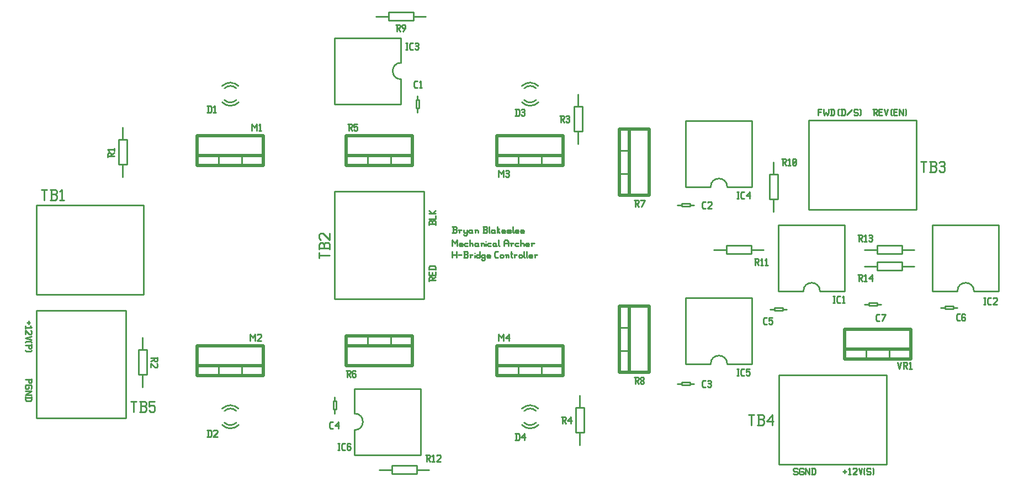
<source format=gto>
G04 start of page 8 for group -4079 idx -4079 *
G04 Title: (unknown), topsilk *
G04 Creator: pcb 20110918 *
G04 CreationDate: Tue 12 Nov 2013 02:21:50 PM GMT UTC *
G04 For: tyrian *
G04 Format: Gerber/RS-274X *
G04 PCB-Dimensions: 800000 800000 *
G04 PCB-Coordinate-Origin: lower left *
%MOIN*%
%FSLAX25Y25*%
%LNTOPSILK*%
%ADD66C,0.0200*%
%ADD65C,0.0100*%
G54D65*X265980Y573960D02*Y572000D01*
Y573960D02*X266470Y574450D01*
X267450D01*
X267940Y573960D02*X267450Y574450D01*
X267940Y573960D02*Y572490D01*
X265980D02*X269900D01*
X267940Y573274D02*X269900Y574450D01*
X267744Y577096D02*Y575626D01*
X269900Y577586D02*Y575626D01*
X265980D02*X269900D01*
X265980Y577586D02*Y575626D01*
Y579252D02*X269900D01*
X265980Y580526D02*X266666Y581212D01*
X269214D01*
X269900Y580526D02*X269214Y581212D01*
X269900Y580526D02*Y578762D01*
X265980Y580526D02*Y578762D01*
X269900Y607960D02*Y606000D01*
Y607960D02*X269410Y608450D01*
X268234D02*X269410D01*
X267744Y607960D02*X268234Y608450D01*
X267744Y607960D02*Y606490D01*
X265980D02*X269900D01*
X265980Y607960D02*Y606000D01*
Y607960D02*X266470Y608450D01*
X267254D01*
X267744Y607960D02*X267254Y608450D01*
X265980Y609626D02*X269900D01*
Y611586D02*Y609626D01*
X265980Y612762D02*X269900D01*
X267940D02*X265980Y614722D01*
X267940Y612762D02*X269900Y614722D01*
X22100Y512510D02*X26020D01*
Y513000D02*Y511040D01*
X25530Y510550D01*
X24550D02*X25530D01*
X24060Y511040D02*X24550Y510550D01*
X24060Y512510D02*Y511040D01*
X26020Y507414D02*X25530Y506924D01*
X26020Y508884D02*Y507414D01*
X25530Y509374D02*X26020Y508884D01*
X22590Y509374D02*X25530D01*
X22590D02*X22100Y508884D01*
Y507414D01*
X22590Y506924D01*
X23570D01*
X24060Y507414D02*X23570Y506924D01*
X24060Y508394D02*Y507414D01*
X22100Y505748D02*X26020D01*
X22100Y503298D01*
X26020D01*
X22100Y501632D02*X26020D01*
Y500358D02*X25334Y499672D01*
X22786D02*X25334D01*
X22100Y500358D02*X22786Y499672D01*
X22100Y502122D02*Y500358D01*
X26020Y502122D02*Y500358D01*
X24060Y548000D02*Y546040D01*
X23080Y547020D02*X25040D01*
X25236Y544864D02*X26020Y544080D01*
X22100D02*X26020D01*
X22100Y544864D02*Y543394D01*
X25530Y542218D02*X26020Y541728D01*
Y540258D01*
X25530Y539768D01*
X24550D02*X25530D01*
X22100Y542218D02*X24550Y539768D01*
X22100Y542218D02*Y539768D01*
X26020Y538592D02*X22100Y537612D01*
X26020Y536632D01*
X22590Y535456D02*X22100Y534966D01*
X25530Y535456D02*X26020Y534966D01*
X22590Y535456D02*X25530D01*
X22100Y533300D02*X26020D01*
Y533790D02*Y531830D01*
X25530Y531340D01*
X24550D02*X25530D01*
X24060Y531830D02*X24550Y531340D01*
X24060Y533300D02*Y531830D01*
X26020Y530164D02*X25530Y529674D01*
X22590D02*X25530D01*
X22100Y530164D02*X22590Y529674D01*
X280000Y601100D02*X281960D01*
X282450Y601590D01*
Y602766D02*Y601590D01*
X281960Y603256D02*X282450Y602766D01*
X280490Y603256D02*X281960D01*
X280490Y605020D02*Y601100D01*
X280000Y605020D02*X281960D01*
X282450Y604530D01*
Y603746D01*
X281960Y603256D02*X282450Y603746D01*
X284116Y602570D02*Y601100D01*
Y602570D02*X284606Y603060D01*
X285586D01*
X283626D02*X284116Y602570D01*
X286762Y603060D02*Y601590D01*
X287252Y601100D01*
X288722Y603060D02*Y600120D01*
X288232Y599630D02*X288722Y600120D01*
X287252Y599630D02*X288232D01*
X286762Y600120D02*X287252Y599630D01*
Y601100D02*X288232D01*
X288722Y601590D01*
X291368Y603060D02*X291858Y602570D01*
X290388Y603060D02*X291368D01*
X289898Y602570D02*X290388Y603060D01*
X289898Y602570D02*Y601590D01*
X290388Y601100D01*
X291858Y603060D02*Y601590D01*
X292348Y601100D01*
X290388D02*X291368D01*
X291858Y601590D01*
X294014Y602570D02*Y601100D01*
Y602570D02*X294504Y603060D01*
X294994D01*
X295484Y602570D01*
Y601100D01*
X293524Y603060D02*X294014Y602570D01*
X298424Y601100D02*X300384D01*
X300874Y601590D01*
Y602766D02*Y601590D01*
X300384Y603256D02*X300874Y602766D01*
X298914Y603256D02*X300384D01*
X298914Y605020D02*Y601100D01*
X298424Y605020D02*X300384D01*
X300874Y604530D01*
Y603746D01*
X300384Y603256D02*X300874Y603746D01*
X302050Y605020D02*Y601590D01*
X302540Y601100D01*
X304990Y603060D02*X305480Y602570D01*
X304010Y603060D02*X304990D01*
X303520Y602570D02*X304010Y603060D01*
X303520Y602570D02*Y601590D01*
X304010Y601100D01*
X305480Y603060D02*Y601590D01*
X305970Y601100D01*
X304010D02*X304990D01*
X305480Y601590D01*
X307146Y605020D02*Y601100D01*
Y602570D02*X308616Y601100D01*
X307146Y602570D02*X308126Y603550D01*
X310282Y601100D02*X311752D01*
X309792Y601590D02*X310282Y601100D01*
X309792Y602570D02*Y601590D01*
Y602570D02*X310282Y603060D01*
X311262D01*
X311752Y602570D01*
X309792Y602080D02*X311752D01*
Y602570D02*Y602080D01*
X313418Y601100D02*X314888D01*
X315378Y601590D01*
X314888Y602080D02*X315378Y601590D01*
X313418Y602080D02*X314888D01*
X312928Y602570D02*X313418Y602080D01*
X312928Y602570D02*X313418Y603060D01*
X314888D01*
X315378Y602570D01*
X312928Y601590D02*X313418Y601100D01*
X316554Y605020D02*Y601590D01*
X317044Y601100D01*
X318514D02*X319984D01*
X318024Y601590D02*X318514Y601100D01*
X318024Y602570D02*Y601590D01*
Y602570D02*X318514Y603060D01*
X319494D01*
X319984Y602570D01*
X318024Y602080D02*X319984D01*
Y602570D02*Y602080D01*
X321650Y601100D02*X323120D01*
X321160Y601590D02*X321650Y601100D01*
X321160Y602570D02*Y601590D01*
Y602570D02*X321650Y603060D01*
X322630D01*
X323120Y602570D01*
X321160Y602080D02*X323120D01*
Y602570D02*Y602080D01*
X501000Y676020D02*Y672100D01*
Y676020D02*X502960D01*
X501000Y674256D02*X502470D01*
X504136Y676020D02*Y674060D01*
X504626Y672100D01*
X505606Y674060D01*
X506586Y672100D01*
X507076Y674060D01*
Y676020D02*Y674060D01*
X508742Y676020D02*Y672100D01*
X510016Y676020D02*X510702Y675334D01*
Y672786D01*
X510016Y672100D02*X510702Y672786D01*
X508252Y672100D02*X510016D01*
X508252Y676020D02*X510016D01*
X516000Y457060D02*X517960D01*
X516980Y458040D02*Y456080D01*
X519136Y458236D02*X519920Y459020D01*
Y455100D01*
X519136D02*X520606D01*
X521782Y458530D02*X522272Y459020D01*
X523742D01*
X524232Y458530D01*
Y457550D01*
X521782Y455100D02*X524232Y457550D01*
X521782Y455100D02*X524232D01*
X525408Y459020D02*X526388Y455100D01*
X527368Y459020D01*
X528544Y455590D02*X529034Y455100D01*
X528544Y458530D02*X529034Y459020D01*
X528544Y458530D02*Y455590D01*
X532170Y459020D02*X532660Y458530D01*
X530700Y459020D02*X532170D01*
X530210Y458530D02*X530700Y459020D01*
X530210Y458530D02*Y457550D01*
X530700Y457060D01*
X532170D01*
X532660Y456570D01*
Y455590D01*
X532170Y455100D02*X532660Y455590D01*
X530700Y455100D02*X532170D01*
X530210Y455590D02*X530700Y455100D01*
X533836Y459020D02*X534326Y458530D01*
Y455590D01*
X533836Y455100D02*X534326Y455590D01*
X513000Y672590D02*X513490Y672100D01*
X513000Y675530D02*X513490Y676020D01*
X513000Y675530D02*Y672590D01*
X515156Y676020D02*Y672100D01*
X516430Y676020D02*X517116Y675334D01*
Y672786D01*
X516430Y672100D02*X517116Y672786D01*
X514666Y672100D02*X516430D01*
X514666Y676020D02*X516430D01*
X518292Y672590D02*X521232Y675530D01*
X524368Y676020D02*X524858Y675530D01*
X522898Y676020D02*X524368D01*
X522408Y675530D02*X522898Y676020D01*
X522408Y675530D02*Y674550D01*
X522898Y674060D01*
X524368D01*
X524858Y673570D01*
Y672590D01*
X524368Y672100D02*X524858Y672590D01*
X522898Y672100D02*X524368D01*
X522408Y672590D02*X522898Y672100D01*
X526034Y676020D02*X526524Y675530D01*
Y672590D01*
X526034Y672100D02*X526524Y672590D01*
X280000Y597020D02*Y593100D01*
Y597020D02*X281470Y595060D01*
X282940Y597020D01*
Y593100D01*
X284606D02*X286076D01*
X284116Y593590D02*X284606Y593100D01*
X284116Y594570D02*Y593590D01*
Y594570D02*X284606Y595060D01*
X285586D01*
X286076Y594570D01*
X284116Y594080D02*X286076D01*
Y594570D02*Y594080D01*
X287742Y595060D02*X289212D01*
X287252Y594570D02*X287742Y595060D01*
X287252Y594570D02*Y593590D01*
X287742Y593100D01*
X289212D01*
X290388Y597020D02*Y593100D01*
Y594570D02*X290878Y595060D01*
X291858D01*
X292348Y594570D01*
Y593100D01*
X294994Y595060D02*X295484Y594570D01*
X294014Y595060D02*X294994D01*
X293524Y594570D02*X294014Y595060D01*
X293524Y594570D02*Y593590D01*
X294014Y593100D01*
X295484Y595060D02*Y593590D01*
X295974Y593100D01*
X294014D02*X294994D01*
X295484Y593590D01*
X297640Y594570D02*Y593100D01*
Y594570D02*X298130Y595060D01*
X298620D01*
X299110Y594570D01*
Y593100D01*
X297150Y595060D02*X297640Y594570D01*
X300286Y596040D02*Y595942D01*
Y594570D02*Y593100D01*
X301756Y595060D02*X303226D01*
X301266Y594570D02*X301756Y595060D01*
X301266Y594570D02*Y593590D01*
X301756Y593100D01*
X303226D01*
X305872Y595060D02*X306362Y594570D01*
X304892Y595060D02*X305872D01*
X304402Y594570D02*X304892Y595060D01*
X304402Y594570D02*Y593590D01*
X304892Y593100D01*
X306362Y595060D02*Y593590D01*
X306852Y593100D01*
X304892D02*X305872D01*
X306362Y593590D01*
X308028Y597020D02*Y593590D01*
X308518Y593100D01*
X311262Y596040D02*Y593100D01*
Y596040D02*X311948Y597020D01*
X313026D01*
X313712Y596040D01*
Y593100D01*
X311262Y595060D02*X313712D01*
X315378Y594570D02*Y593100D01*
Y594570D02*X315868Y595060D01*
X316848D01*
X314888D02*X315378Y594570D01*
X318514Y595060D02*X319984D01*
X318024Y594570D02*X318514Y595060D01*
X318024Y594570D02*Y593590D01*
X318514Y593100D01*
X319984D01*
X321160Y597020D02*Y593100D01*
Y594570D02*X321650Y595060D01*
X322630D01*
X323120Y594570D01*
Y593100D01*
X324786D02*X326256D01*
X324296Y593590D02*X324786Y593100D01*
X324296Y594570D02*Y593590D01*
Y594570D02*X324786Y595060D01*
X325766D01*
X326256Y594570D01*
X324296Y594080D02*X326256D01*
Y594570D02*Y594080D01*
X327922Y594570D02*Y593100D01*
Y594570D02*X328412Y595060D01*
X329392D01*
X327432D02*X327922Y594570D01*
X280000Y590020D02*Y586100D01*
X282450Y590020D02*Y586100D01*
X280000Y588060D02*X282450D01*
X283626D02*X285586D01*
X286762Y586100D02*X288722D01*
X289212Y586590D01*
Y587766D02*Y586590D01*
X288722Y588256D02*X289212Y587766D01*
X287252Y588256D02*X288722D01*
X287252Y590020D02*Y586100D01*
X286762Y590020D02*X288722D01*
X289212Y589530D01*
Y588746D01*
X288722Y588256D02*X289212Y588746D01*
X290878Y587570D02*Y586100D01*
Y587570D02*X291368Y588060D01*
X292348D01*
X290388D02*X290878Y587570D01*
X293524Y589040D02*Y588942D01*
Y587570D02*Y586100D01*
X296464Y590020D02*Y586100D01*
X295974D02*X296464Y586590D01*
X294994Y586100D02*X295974D01*
X294504Y586590D02*X294994Y586100D01*
X294504Y587570D02*Y586590D01*
Y587570D02*X294994Y588060D01*
X295974D01*
X296464Y587570D01*
X299110Y588060D02*X299600Y587570D01*
X298130Y588060D02*X299110D01*
X297640Y587570D02*X298130Y588060D01*
X297640Y587570D02*Y586590D01*
X298130Y586100D01*
X299110D01*
X299600Y586590D01*
X297640Y585120D02*X298130Y584630D01*
X299110D01*
X299600Y585120D01*
Y588060D02*Y585120D01*
X301266Y586100D02*X302736D01*
X300776Y586590D02*X301266Y586100D01*
X300776Y587570D02*Y586590D01*
Y587570D02*X301266Y588060D01*
X302246D01*
X302736Y587570D01*
X300776Y587080D02*X302736D01*
Y587570D02*Y587080D01*
X306362Y586100D02*X307636D01*
X305676Y586786D02*X306362Y586100D01*
X305676Y589334D02*Y586786D01*
Y589334D02*X306362Y590020D01*
X307636D01*
X308812Y587570D02*Y586590D01*
Y587570D02*X309302Y588060D01*
X310282D01*
X310772Y587570D01*
Y586590D01*
X310282Y586100D02*X310772Y586590D01*
X309302Y586100D02*X310282D01*
X308812Y586590D02*X309302Y586100D01*
X312438Y587570D02*Y586100D01*
Y587570D02*X312928Y588060D01*
X313418D01*
X313908Y587570D01*
Y586100D01*
X311948Y588060D02*X312438Y587570D01*
X315574Y590020D02*Y586590D01*
X316064Y586100D01*
X315084Y588550D02*X316064D01*
X317534Y587570D02*Y586100D01*
Y587570D02*X318024Y588060D01*
X319004D01*
X317044D02*X317534Y587570D01*
X320180D02*Y586590D01*
Y587570D02*X320670Y588060D01*
X321650D01*
X322140Y587570D01*
Y586590D01*
X321650Y586100D02*X322140Y586590D01*
X320670Y586100D02*X321650D01*
X320180Y586590D02*X320670Y586100D01*
X323316Y590020D02*Y586590D01*
X323806Y586100D01*
X324786Y590020D02*Y586590D01*
X325276Y586100D01*
X326746D02*X328216D01*
X326256Y586590D02*X326746Y586100D01*
X326256Y587570D02*Y586590D01*
Y587570D02*X326746Y588060D01*
X327726D01*
X328216Y587570D01*
X326256Y587080D02*X328216D01*
Y587570D02*Y587080D01*
X329882Y587570D02*Y586100D01*
Y587570D02*X330372Y588060D01*
X331352D01*
X329392D02*X329882Y587570D01*
X487960Y459020D02*X488450Y458530D01*
X486490Y459020D02*X487960D01*
X486000Y458530D02*X486490Y459020D01*
X486000Y458530D02*Y457550D01*
X486490Y457060D01*
X487960D01*
X488450Y456570D01*
Y455590D01*
X487960Y455100D02*X488450Y455590D01*
X486490Y455100D02*X487960D01*
X486000Y455590D02*X486490Y455100D01*
X491586Y459020D02*X492076Y458530D01*
X490116Y459020D02*X491586D01*
X489626Y458530D02*X490116Y459020D01*
X489626Y458530D02*Y455590D01*
X490116Y455100D01*
X491586D01*
X492076Y455590D01*
Y456570D02*Y455590D01*
X491586Y457060D02*X492076Y456570D01*
X490606Y457060D02*X491586D01*
X493252Y459020D02*Y455100D01*
Y459020D02*X495702Y455100D01*
Y459020D02*Y455100D01*
X497368Y459020D02*Y455100D01*
X498642Y459020D02*X499328Y458334D01*
Y455786D01*
X498642Y455100D02*X499328Y455786D01*
X496878Y455100D02*X498642D01*
X496878Y459020D02*X498642D01*
X534000Y676020D02*X535960D01*
X536450Y675530D01*
Y674550D01*
X535960Y674060D02*X536450Y674550D01*
X534490Y674060D02*X535960D01*
X534490Y676020D02*Y672100D01*
X535274Y674060D02*X536450Y672100D01*
X537626Y674256D02*X539096D01*
X537626Y672100D02*X539586D01*
X537626Y676020D02*Y672100D01*
Y676020D02*X539586D01*
X540762D02*X541742Y672100D01*
X542722Y676020D01*
X545000Y672590D02*X545490Y672100D01*
X545000Y675530D02*X545490Y676020D01*
X545000Y675530D02*Y672590D01*
X546666Y674256D02*X548136D01*
X546666Y672100D02*X548626D01*
X546666Y676020D02*Y672100D01*
Y676020D02*X548626D01*
X549802D02*Y672100D01*
Y676020D02*X552252Y672100D01*
Y676020D02*Y672100D01*
X553428Y676020D02*X553918Y675530D01*
Y672590D01*
X553428Y672100D02*X553918Y672590D01*
X610000Y606000D02*Y566000D01*
X570000Y606000D02*X610000D01*
X570000D02*Y566000D01*
X595000D02*X610000D01*
X570000D02*X585000D01*
X595000D02*G75*G03X585000Y566000I-5000J0D01*G01*
X560283Y669165D02*Y615228D01*
X495323Y669165D02*Y615228D01*
Y669165D02*X560283D01*
X495323Y615228D02*X560283D01*
X474000Y644000D02*Y636500D01*
Y621500D02*Y614000D01*
X476500Y636500D02*Y621500D01*
X471500D02*X476500D01*
X471500Y636500D02*Y621500D01*
Y636500D02*X476500D01*
X529000Y581000D02*X536500D01*
X551500D02*X559000D01*
X536500Y583500D02*X551500D01*
Y578500D01*
X536500D01*
Y583500D01*
X529000Y591000D02*X536500D01*
X551500D02*X559000D01*
X536500Y593500D02*X551500D01*
Y588500D01*
X536500D01*
Y593500D01*
X517000Y606000D02*Y566000D01*
X477000Y606000D02*X517000D01*
X477000D02*Y566000D01*
X502000D02*X517000D01*
X477000D02*X492000D01*
X502000D02*G75*G03X492000Y566000I-5000J0D01*G01*
X330536Y493536D02*G75*G03X323464Y493536I-3536J-3536D01*G01*
X323464Y486464D02*G75*G03X330536Y486464I3536J3536D01*G01*
X331950Y494950D02*G75*G03X322050Y494950I-4950J-4950D01*G01*
X322050Y485050D02*G75*G03X331950Y485050I4950J4950D01*G01*
X357000Y480500D02*Y473000D01*
Y503000D02*Y495500D01*
X354500D02*Y480500D01*
Y495500D02*X359500D01*
Y480500D01*
X354500D02*X359500D01*
X381000Y544000D02*X387000D01*
X381000Y530000D02*X387000D01*
G54D66*X381000Y517000D02*X387000D01*
Y557000D02*Y517000D01*
X381000Y557000D02*X387000D01*
X381000Y517000D02*X399000D01*
Y557000D02*Y517000D01*
X381000Y557000D02*X399000D01*
X381000D02*Y517000D01*
G54D65*X416000Y510000D02*X418500D01*
X423500D02*X426000D01*
X418500Y510800D02*X423500D01*
Y509200D01*
X418500D01*
Y510800D01*
X542283Y515165D02*Y461228D01*
X477323Y515165D02*Y461228D01*
Y515165D02*X542283D01*
X477323Y461228D02*X542283D01*
G54D66*X517000Y525000D02*X557000D01*
X517000Y543000D02*Y525000D01*
Y543000D02*X557000D01*
Y525000D01*
X517000D02*X557000D01*
X517000Y531000D02*Y525000D01*
Y531000D02*X557000D01*
Y525000D01*
G54D65*X544000Y531000D02*Y525000D01*
X530000Y531000D02*Y525000D01*
X438000Y591000D02*X445500D01*
X460500D02*X468000D01*
X445500Y593500D02*X460500D01*
Y588500D01*
X445500D01*
Y593500D01*
X461000Y562000D02*Y522000D01*
X421000Y562000D02*X461000D01*
X421000D02*Y522000D01*
X446000D02*X461000D01*
X421000D02*X436000D01*
X446000D02*G75*G03X436000Y522000I-5000J0D01*G01*
X479500Y555000D02*X482000D01*
X472000D02*X474500D01*
Y554200D02*X479500D01*
X474500Y555800D02*Y554200D01*
Y555800D02*X479500D01*
Y554200D01*
X536500Y558000D02*X539000D01*
X529000D02*X531500D01*
Y557200D02*X536500D01*
X531500Y558800D02*Y557200D01*
Y558800D02*X536500D01*
Y557200D01*
X461000Y669000D02*Y629000D01*
X421000Y669000D02*X461000D01*
X421000D02*Y629000D01*
X446000D02*X461000D01*
X421000D02*X436000D01*
X446000D02*G75*G03X436000Y629000I-5000J0D01*G01*
X575000Y556000D02*X577500D01*
X582500D02*X585000D01*
X577500Y556800D02*X582500D01*
Y555200D01*
X577500D01*
Y556800D01*
G54D66*X307000Y515000D02*X347000D01*
X307000Y533000D02*Y515000D01*
Y533000D02*X347000D01*
Y515000D01*
X307000D02*X347000D01*
X307000Y521000D02*Y515000D01*
Y521000D02*X347000D01*
Y515000D01*
G54D65*X334000Y521000D02*Y515000D01*
X320000Y521000D02*Y515000D01*
G54D66*X307000Y642000D02*X347000D01*
X307000Y660000D02*Y642000D01*
Y660000D02*X347000D01*
Y642000D01*
X307000D02*X347000D01*
X307000Y648000D02*Y642000D01*
Y648000D02*X347000D01*
Y642000D01*
G54D65*X334000Y648000D02*Y642000D01*
X320000Y648000D02*Y642000D01*
X330536Y688536D02*G75*G03X323464Y688536I-3536J-3536D01*G01*
X323464Y681464D02*G75*G03X330536Y681464I3536J3536D01*G01*
X331950Y689950D02*G75*G03X322050Y689950I-4950J-4950D01*G01*
X322050Y680050D02*G75*G03X331950Y680050I4950J4950D01*G01*
X356000Y685000D02*Y677500D01*
Y662500D02*Y655000D01*
X358500Y677500D02*Y662500D01*
X353500D02*X358500D01*
X353500Y677500D02*Y662500D01*
Y677500D02*X358500D01*
X381000Y651000D02*X387000D01*
X381000Y637000D02*X387000D01*
G54D66*X381000Y624000D02*X387000D01*
Y664000D02*Y624000D01*
X381000Y664000D02*X387000D01*
X381000Y624000D02*X399000D01*
Y664000D02*Y624000D01*
X381000Y664000D02*X399000D01*
X381000D02*Y624000D01*
G54D65*X259000Y676500D02*Y674000D01*
Y684000D02*Y681500D01*
X258200D02*Y676500D01*
Y681500D02*X259800D01*
Y676500D01*
X258200D02*X259800D01*
X416000Y618000D02*X418500D01*
X423500D02*X426000D01*
X418500Y618800D02*X423500D01*
Y617200D01*
X418500D01*
Y618800D01*
X234000Y732000D02*X241500D01*
X256500D02*X264000D01*
X241500Y734500D02*X256500D01*
Y729500D01*
X241500D01*
Y734500D01*
X209000Y719000D02*X249000D01*
X209000D02*Y679000D01*
X249000D01*
Y719000D02*Y704000D01*
Y694000D02*Y679000D01*
Y704000D02*G75*G03X249000Y694000I0J-5000D01*G01*
X142464Y486464D02*G75*G03X149536Y486464I3536J3536D01*G01*
X149536Y493536D02*G75*G03X142464Y493536I-3536J-3536D01*G01*
X141050Y485050D02*G75*G03X150950Y485050I4950J4950D01*G01*
X150950Y494950D02*G75*G03X141050Y494950I-4950J-4950D01*G01*
X93000Y515500D02*Y508000D01*
Y538000D02*Y530500D01*
X90500D02*Y515500D01*
Y530500D02*X95500D01*
Y515500D01*
X90500D02*X95500D01*
X28835Y554283D02*X82772D01*
X28835Y489323D02*X82772D01*
X28835Y554283D02*Y489323D01*
X82772Y554283D02*Y489323D01*
X209000Y494500D02*Y492000D01*
Y502000D02*Y499500D01*
X208200D02*Y494500D01*
Y499500D02*X209800D01*
Y494500D01*
X208200D02*X209800D01*
X142464Y681464D02*G75*G03X149536Y681464I3536J3536D01*G01*
X149536Y688536D02*G75*G03X142464Y688536I-3536J-3536D01*G01*
X141050Y680050D02*G75*G03X150950Y680050I4950J4950D01*G01*
X150950Y689950D02*G75*G03X141050Y689950I-4950J-4950D01*G01*
X81000Y665000D02*Y657500D01*
Y642500D02*Y635000D01*
X83500Y657500D02*Y642500D01*
X78500D02*X83500D01*
X78500Y657500D02*Y642500D01*
Y657500D02*X83500D01*
X28717Y617772D02*Y563835D01*
X93677Y617772D02*Y563835D01*
X28717D02*X93677D01*
X28717Y617772D02*X93677D01*
X221000Y467000D02*X261000D01*
Y507000D02*Y467000D01*
X221000Y507000D02*X261000D01*
X221000Y482000D02*Y467000D01*
Y507000D02*Y492000D01*
Y482000D02*G75*G03X221000Y492000I0J5000D01*G01*
X236000Y458000D02*X243500D01*
X258500D02*X266000D01*
X243500Y460500D02*X258500D01*
Y455500D01*
X243500D01*
Y460500D01*
G54D66*X126000Y515000D02*X166000D01*
X126000Y533000D02*Y515000D01*
Y533000D02*X166000D01*
Y515000D01*
X126000D02*X166000D01*
X126000Y521000D02*Y515000D01*
Y521000D02*X166000D01*
Y515000D01*
G54D65*X153000Y521000D02*Y515000D01*
X139000Y521000D02*Y515000D01*
G54D66*X126000Y642000D02*X166000D01*
X126000Y660000D02*Y642000D01*
Y660000D02*X166000D01*
Y642000D01*
X126000D02*X166000D01*
X126000Y648000D02*Y642000D01*
Y648000D02*X166000D01*
Y642000D01*
G54D65*X153000Y648000D02*Y642000D01*
X139000Y648000D02*Y642000D01*
X208835Y626283D02*X262772D01*
X208835Y561323D02*X262772D01*
X208835Y626283D02*Y561323D01*
X262772Y626283D02*Y561323D01*
X229000Y648000D02*Y642000D01*
X243000Y648000D02*Y642000D01*
G54D66*X256000Y648000D02*Y642000D01*
X216000Y648000D02*X256000D01*
X216000D02*Y642000D01*
X256000Y660000D02*Y642000D01*
X216000Y660000D02*X256000D01*
X216000D02*Y642000D01*
X256000D01*
G54D65*X243000Y539000D02*Y533000D01*
X229000Y539000D02*Y533000D01*
G54D66*X216000D02*Y539000D01*
X256000Y533000D02*X216000D01*
X256000Y539000D02*Y533000D01*
X216000Y521000D02*Y539000D01*
X256000Y521000D02*X216000D01*
X256000Y539000D02*Y521000D01*
X216000Y539000D02*X256000D01*
G54D65*X601000Y562000D02*X602000D01*
X601500D02*Y558000D01*
X601000D02*X602000D01*
X603900D02*X605200D01*
X603200Y558700D02*X603900Y558000D01*
X603200Y561300D02*Y558700D01*
Y561300D02*X603900Y562000D01*
X605200D01*
X606400Y561500D02*X606900Y562000D01*
X608400D01*
X608900Y561500D01*
Y560500D01*
X606400Y558000D02*X608900Y560500D01*
X606400Y558000D02*X608900D01*
X563000Y644400D02*X566200D01*
X564600D02*Y638000D01*
X568120D02*X571320D01*
X572120Y638800D01*
Y640720D02*Y638800D01*
X571320Y641520D02*X572120Y640720D01*
X568920Y641520D02*X571320D01*
X568920Y644400D02*Y638000D01*
X568120Y644400D02*X571320D01*
X572120Y643600D01*
Y642320D01*
X571320Y641520D02*X572120Y642320D01*
X574040Y643600D02*X574840Y644400D01*
X576440D01*
X577240Y643600D01*
X576440Y638000D02*X577240Y638800D01*
X574840Y638000D02*X576440D01*
X574040Y638800D02*X574840Y638000D01*
Y641520D02*X576440D01*
X577240Y643600D02*Y642320D01*
Y640720D02*Y638800D01*
Y640720D02*X576440Y641520D01*
X577240Y642320D02*X576440Y641520D01*
X549000Y523000D02*X550000Y519000D01*
X551000Y523000D01*
X552200D02*X554200D01*
X554700Y522500D01*
Y521500D01*
X554200Y521000D02*X554700Y521500D01*
X552700Y521000D02*X554200D01*
X552700Y523000D02*Y519000D01*
X553500Y521000D02*X554700Y519000D01*
X555900Y522200D02*X556700Y523000D01*
Y519000D01*
X555900D02*X557400D01*
X585200Y548200D02*X586500D01*
X584500Y548900D02*X585200Y548200D01*
X584500Y551500D02*Y548900D01*
Y551500D02*X585200Y552200D01*
X586500D01*
X589200D02*X589700Y551700D01*
X588200Y552200D02*X589200D01*
X587700Y551700D02*X588200Y552200D01*
X587700Y551700D02*Y548700D01*
X588200Y548200D01*
X589200Y550400D02*X589700Y549900D01*
X587700Y550400D02*X589200D01*
X588200Y548200D02*X589200D01*
X589700Y548700D01*
Y549900D02*Y548700D01*
X479000Y646000D02*X481000D01*
X481500Y645500D01*
Y644500D01*
X481000Y644000D02*X481500Y644500D01*
X479500Y644000D02*X481000D01*
X479500Y646000D02*Y642000D01*
X480300Y644000D02*X481500Y642000D01*
X482700Y645200D02*X483500Y646000D01*
Y642000D01*
X482700D02*X484200D01*
X485400Y642500D02*X485900Y642000D01*
X485400Y645500D02*Y642500D01*
Y645500D02*X485900Y646000D01*
X486900D01*
X487400Y645500D01*
Y642500D01*
X486900Y642000D02*X487400Y642500D01*
X485900Y642000D02*X486900D01*
X485400Y643000D02*X487400Y645000D01*
X525000Y576000D02*X527000D01*
X527500Y575500D01*
Y574500D01*
X527000Y574000D02*X527500Y574500D01*
X525500Y574000D02*X527000D01*
X525500Y576000D02*Y572000D01*
X526300Y574000D02*X527500Y572000D01*
X528700Y575200D02*X529500Y576000D01*
Y572000D01*
X528700D02*X530200D01*
X531400Y573500D02*X533400Y576000D01*
X531400Y573500D02*X533900D01*
X533400Y576000D02*Y572000D01*
X525000Y600000D02*X527000D01*
X527500Y599500D01*
Y598500D01*
X527000Y598000D02*X527500Y598500D01*
X525500Y598000D02*X527000D01*
X525500Y600000D02*Y596000D01*
X526300Y598000D02*X527500Y596000D01*
X528700Y599200D02*X529500Y600000D01*
Y596000D01*
X528700D02*X530200D01*
X531400Y599500D02*X531900Y600000D01*
X532900D01*
X533400Y599500D01*
X532900Y596000D02*X533400Y596500D01*
X531900Y596000D02*X532900D01*
X531400Y596500D02*X531900Y596000D01*
Y598200D02*X532900D01*
X533400Y599500D02*Y598700D01*
Y597700D02*Y596500D01*
Y597700D02*X532900Y598200D01*
X533400Y598700D02*X532900Y598200D01*
X510000Y563000D02*X511000D01*
X510500D02*Y559000D01*
X510000D02*X511000D01*
X512900D02*X514200D01*
X512200Y559700D02*X512900Y559000D01*
X512200Y562300D02*Y559700D01*
Y562300D02*X512900Y563000D01*
X514200D01*
X515400Y562200D02*X516200Y563000D01*
Y559000D01*
X515400D02*X516900D01*
X536700Y548000D02*X538000D01*
X536000Y548700D02*X536700Y548000D01*
X536000Y551300D02*Y548700D01*
Y551300D02*X536700Y552000D01*
X538000D01*
X539700Y548000D02*X541700Y552000D01*
X539200D02*X541700D01*
X308000Y540000D02*Y536000D01*
Y540000D02*X309500Y538000D01*
X311000Y540000D01*
Y536000D01*
X312200Y537500D02*X314200Y540000D01*
X312200Y537500D02*X314700D01*
X314200Y540000D02*Y536000D01*
X158000Y540000D02*Y536000D01*
Y540000D02*X159500Y538000D01*
X161000Y540000D01*
Y536000D01*
X162200Y539500D02*X162700Y540000D01*
X164200D01*
X164700Y539500D01*
Y538500D01*
X162200Y536000D02*X164700Y538500D01*
X162200Y536000D02*X164700D01*
X132500Y482000D02*Y478000D01*
X133800Y482000D02*X134500Y481300D01*
Y478700D01*
X133800Y478000D02*X134500Y478700D01*
X132000Y478000D02*X133800D01*
X132000Y482000D02*X133800D01*
X135700Y481500D02*X136200Y482000D01*
X137700D01*
X138200Y481500D01*
Y480500D01*
X135700Y478000D02*X138200Y480500D01*
X135700Y478000D02*X138200D01*
X102000Y526000D02*Y524000D01*
X101500Y523500D01*
X100500D02*X101500D01*
X100000Y524000D02*X100500Y523500D01*
X100000Y525500D02*Y524000D01*
X98000Y525500D02*X102000D01*
X100000Y524700D02*X98000Y523500D01*
X101500Y522300D02*X102000Y521800D01*
Y520300D01*
X101500Y519800D01*
X100500D02*X101500D01*
X98000Y522300D02*X100500Y519800D01*
X98000Y522300D02*Y519800D01*
X86000Y499400D02*X89200D01*
X87600D02*Y493000D01*
X91120D02*X94320D01*
X95120Y493800D01*
Y495720D02*Y493800D01*
X94320Y496520D02*X95120Y495720D01*
X91920Y496520D02*X94320D01*
X91920Y499400D02*Y493000D01*
X91120Y499400D02*X94320D01*
X95120Y498600D01*
Y497320D01*
X94320Y496520D02*X95120Y497320D01*
X97040Y499400D02*X100240D01*
X97040D02*Y496200D01*
X97840Y497000D01*
X99440D01*
X100240Y496200D01*
Y493800D01*
X99440Y493000D02*X100240Y493800D01*
X97840Y493000D02*X99440D01*
X97040Y493800D02*X97840Y493000D01*
X132500Y678000D02*Y674000D01*
X133800Y678000D02*X134500Y677300D01*
Y674700D01*
X133800Y674000D02*X134500Y674700D01*
X132000Y674000D02*X133800D01*
X132000Y678000D02*X133800D01*
X135700Y677200D02*X136500Y678000D01*
Y674000D01*
X135700D02*X137200D01*
X72000Y649000D02*Y647000D01*
Y649000D02*X72500Y649500D01*
X73500D01*
X74000Y649000D02*X73500Y649500D01*
X74000Y649000D02*Y647500D01*
X72000D02*X76000D01*
X74000Y648300D02*X76000Y649500D01*
X72800Y650700D02*X72000Y651500D01*
X76000D01*
Y652200D02*Y650700D01*
X32000Y627400D02*X35200D01*
X33600D02*Y621000D01*
X37120D02*X40320D01*
X41120Y621800D01*
Y623720D02*Y621800D01*
X40320Y624520D02*X41120Y623720D01*
X37920Y624520D02*X40320D01*
X37920Y627400D02*Y621000D01*
X37120Y627400D02*X40320D01*
X41120Y626600D01*
Y625320D01*
X40320Y624520D02*X41120Y625320D01*
X43040Y626120D02*X44320Y627400D01*
Y621000D01*
X43040D02*X45440D01*
X159000Y667000D02*Y663000D01*
Y667000D02*X160500Y665000D01*
X162000Y667000D01*
Y663000D01*
X163200Y666200D02*X164000Y667000D01*
Y663000D01*
X163200D02*X164700D01*
X199600Y589200D02*Y586000D01*
Y587600D02*X206000D01*
Y594320D02*Y591120D01*
Y594320D02*X205200Y595120D01*
X203280D02*X205200D01*
X202480Y594320D02*X203280Y595120D01*
X202480Y594320D02*Y591920D01*
X199600D02*X206000D01*
X199600Y594320D02*Y591120D01*
Y594320D02*X200400Y595120D01*
X201680D01*
X202480Y594320D02*X201680Y595120D01*
X200400Y597040D02*X199600Y597840D01*
Y600240D02*Y597840D01*
Y600240D02*X200400Y601040D01*
X202000D01*
X206000Y597040D02*X202000Y601040D01*
X206000D02*Y597040D01*
X217000Y667000D02*X219000D01*
X219500Y666500D01*
Y665500D01*
X219000Y665000D02*X219500Y665500D01*
X217500Y665000D02*X219000D01*
X217500Y667000D02*Y663000D01*
X218300Y665000D02*X219500Y663000D01*
X220700Y667000D02*X222700D01*
X220700D02*Y665000D01*
X221200Y665500D01*
X222200D01*
X222700Y665000D01*
Y663500D01*
X222200Y663000D02*X222700Y663500D01*
X221200Y663000D02*X222200D01*
X220700Y663500D02*X221200Y663000D01*
X308000Y639000D02*Y635000D01*
Y639000D02*X309500Y637000D01*
X311000Y639000D01*
Y635000D01*
X312200Y638500D02*X312700Y639000D01*
X313700D01*
X314200Y638500D01*
X313700Y635000D02*X314200Y635500D01*
X312700Y635000D02*X313700D01*
X312200Y635500D02*X312700Y635000D01*
Y637200D02*X313700D01*
X314200Y638500D02*Y637700D01*
Y636700D02*Y635500D01*
Y636700D02*X313700Y637200D01*
X314200Y637700D02*X313700Y637200D01*
X257700Y689000D02*X259000D01*
X257000Y689700D02*X257700Y689000D01*
X257000Y692300D02*Y689700D01*
Y692300D02*X257700Y693000D01*
X259000D01*
X260200Y692200D02*X261000Y693000D01*
Y689000D01*
X260200D02*X261700D01*
X206700Y483000D02*X208000D01*
X206000Y483700D02*X206700Y483000D01*
X206000Y486300D02*Y483700D01*
Y486300D02*X206700Y487000D01*
X208000D01*
X209200Y484500D02*X211200Y487000D01*
X209200Y484500D02*X211700D01*
X211200Y487000D02*Y483000D01*
X211000Y474000D02*X212000D01*
X211500D02*Y470000D01*
X211000D02*X212000D01*
X213900D02*X215200D01*
X213200Y470700D02*X213900Y470000D01*
X213200Y473300D02*Y470700D01*
Y473300D02*X213900Y474000D01*
X215200D01*
X217900D02*X218400Y473500D01*
X216900Y474000D02*X217900D01*
X216400Y473500D02*X216900Y474000D01*
X216400Y473500D02*Y470500D01*
X216900Y470000D01*
X217900Y472200D02*X218400Y471700D01*
X216400Y472200D02*X217900D01*
X216900Y470000D02*X217900D01*
X218400Y470500D01*
Y471700D02*Y470500D01*
X264000Y467000D02*X266000D01*
X266500Y466500D01*
Y465500D01*
X266000Y465000D02*X266500Y465500D01*
X264500Y465000D02*X266000D01*
X264500Y467000D02*Y463000D01*
X265300Y465000D02*X266500Y463000D01*
X267700Y466200D02*X268500Y467000D01*
Y463000D01*
X267700D02*X269200D01*
X270400Y466500D02*X270900Y467000D01*
X272400D01*
X272900Y466500D01*
Y465500D01*
X270400Y463000D02*X272900Y465500D01*
X270400Y463000D02*X272900D01*
X216000Y518000D02*X218000D01*
X218500Y517500D01*
Y516500D01*
X218000Y516000D02*X218500Y516500D01*
X216500Y516000D02*X218000D01*
X216500Y518000D02*Y514000D01*
X217300Y516000D02*X218500Y514000D01*
X221200Y518000D02*X221700Y517500D01*
X220200Y518000D02*X221200D01*
X219700Y517500D02*X220200Y518000D01*
X219700Y517500D02*Y514500D01*
X220200Y514000D01*
X221200Y516200D02*X221700Y515700D01*
X219700Y516200D02*X221200D01*
X220200Y514000D02*X221200D01*
X221700Y514500D01*
Y515700D02*Y514500D01*
X246000Y727000D02*X248000D01*
X248500Y726500D01*
Y725500D01*
X248000Y725000D02*X248500Y725500D01*
X246500Y725000D02*X248000D01*
X246500Y727000D02*Y723000D01*
X247300Y725000D02*X248500Y723000D01*
X250200D02*X251700Y725000D01*
Y726500D02*Y725000D01*
X251200Y727000D02*X251700Y726500D01*
X250200Y727000D02*X251200D01*
X249700Y726500D02*X250200Y727000D01*
X249700Y726500D02*Y725500D01*
X250200Y725000D01*
X251700D01*
X252000Y716000D02*X253000D01*
X252500D02*Y712000D01*
X252000D02*X253000D01*
X254900D02*X256200D01*
X254200Y712700D02*X254900Y712000D01*
X254200Y715300D02*Y712700D01*
Y715300D02*X254900Y716000D01*
X256200D01*
X257400Y715500D02*X257900Y716000D01*
X258900D01*
X259400Y715500D01*
X258900Y712000D02*X259400Y712500D01*
X257900Y712000D02*X258900D01*
X257400Y712500D02*X257900Y712000D01*
Y714200D02*X258900D01*
X259400Y715500D02*Y714700D01*
Y713700D02*Y712500D01*
Y713700D02*X258900Y714200D01*
X259400Y714700D02*X258900Y714200D01*
X318500Y480000D02*Y476000D01*
X319800Y480000D02*X320500Y479300D01*
Y476700D01*
X319800Y476000D02*X320500Y476700D01*
X318000Y476000D02*X319800D01*
X318000Y480000D02*X319800D01*
X321700Y477500D02*X323700Y480000D01*
X321700Y477500D02*X324200D01*
X323700Y480000D02*Y476000D01*
X346000Y490000D02*X348000D01*
X348500Y489500D01*
Y488500D01*
X348000Y488000D02*X348500Y488500D01*
X346500Y488000D02*X348000D01*
X346500Y490000D02*Y486000D01*
X347300Y488000D02*X348500Y486000D01*
X349700Y487500D02*X351700Y490000D01*
X349700Y487500D02*X352200D01*
X351700Y490000D02*Y486000D01*
X390000Y514000D02*X392000D01*
X392500Y513500D01*
Y512500D01*
X392000Y512000D02*X392500Y512500D01*
X390500Y512000D02*X392000D01*
X390500Y514000D02*Y510000D01*
X391300Y512000D02*X392500Y510000D01*
X393700Y510500D02*X394200Y510000D01*
X393700Y511300D02*Y510500D01*
Y511300D02*X394400Y512000D01*
X395000D01*
X395700Y511300D01*
Y510500D01*
X395200Y510000D02*X395700Y510500D01*
X394200Y510000D02*X395200D01*
X393700Y512700D02*X394400Y512000D01*
X393700Y513500D02*Y512700D01*
Y513500D02*X394200Y514000D01*
X395200D01*
X395700Y513500D01*
Y512700D01*
X395000Y512000D02*X395700Y512700D01*
X318500Y676000D02*Y672000D01*
X319800Y676000D02*X320500Y675300D01*
Y672700D01*
X319800Y672000D02*X320500Y672700D01*
X318000Y672000D02*X319800D01*
X318000Y676000D02*X319800D01*
X321700Y675500D02*X322200Y676000D01*
X323200D01*
X323700Y675500D01*
X323200Y672000D02*X323700Y672500D01*
X322200Y672000D02*X323200D01*
X321700Y672500D02*X322200Y672000D01*
Y674200D02*X323200D01*
X323700Y675500D02*Y674700D01*
Y673700D02*Y672500D01*
Y673700D02*X323200Y674200D01*
X323700Y674700D02*X323200Y674200D01*
X345000Y672000D02*X347000D01*
X347500Y671500D01*
Y670500D01*
X347000Y670000D02*X347500Y670500D01*
X345500Y670000D02*X347000D01*
X345500Y672000D02*Y668000D01*
X346300Y670000D02*X347500Y668000D01*
X348700Y671500D02*X349200Y672000D01*
X350200D01*
X350700Y671500D01*
X350200Y668000D02*X350700Y668500D01*
X349200Y668000D02*X350200D01*
X348700Y668500D02*X349200Y668000D01*
Y670200D02*X350200D01*
X350700Y671500D02*Y670700D01*
Y669700D02*Y668500D01*
Y669700D02*X350200Y670200D01*
X350700Y670700D02*X350200Y670200D01*
X390000Y621000D02*X392000D01*
X392500Y620500D01*
Y619500D01*
X392000Y619000D02*X392500Y619500D01*
X390500Y619000D02*X392000D01*
X390500Y621000D02*Y617000D01*
X391300Y619000D02*X392500Y617000D01*
X394200D02*X396200Y621000D01*
X393700D02*X396200D01*
X431700Y616000D02*X433000D01*
X431000Y616700D02*X431700Y616000D01*
X431000Y619300D02*Y616700D01*
Y619300D02*X431700Y620000D01*
X433000D01*
X434200Y619500D02*X434700Y620000D01*
X436200D01*
X436700Y619500D01*
Y618500D01*
X434200Y616000D02*X436700Y618500D01*
X434200Y616000D02*X436700D01*
X452000Y626000D02*X453000D01*
X452500D02*Y622000D01*
X452000D02*X453000D01*
X454900D02*X456200D01*
X454200Y622700D02*X454900Y622000D01*
X454200Y625300D02*Y622700D01*
Y625300D02*X454900Y626000D01*
X456200D01*
X457400Y623500D02*X459400Y626000D01*
X457400Y623500D02*X459900D01*
X459400Y626000D02*Y622000D01*
X431700Y508000D02*X433000D01*
X431000Y508700D02*X431700Y508000D01*
X431000Y511300D02*Y508700D01*
Y511300D02*X431700Y512000D01*
X433000D01*
X434200Y511500D02*X434700Y512000D01*
X435700D01*
X436200Y511500D01*
X435700Y508000D02*X436200Y508500D01*
X434700Y508000D02*X435700D01*
X434200Y508500D02*X434700Y508000D01*
Y510200D02*X435700D01*
X436200Y511500D02*Y510700D01*
Y509700D02*Y508500D01*
Y509700D02*X435700Y510200D01*
X436200Y510700D02*X435700Y510200D01*
X452000Y519000D02*X453000D01*
X452500D02*Y515000D01*
X452000D02*X453000D01*
X454900D02*X456200D01*
X454200Y515700D02*X454900Y515000D01*
X454200Y518300D02*Y515700D01*
Y518300D02*X454900Y519000D01*
X456200D01*
X457400D02*X459400D01*
X457400D02*Y517000D01*
X457900Y517500D01*
X458900D01*
X459400Y517000D01*
Y515500D01*
X458900Y515000D02*X459400Y515500D01*
X457900Y515000D02*X458900D01*
X457400Y515500D02*X457900Y515000D01*
X459000Y491400D02*X462200D01*
X460600D02*Y485000D01*
X464120D02*X467320D01*
X468120Y485800D01*
Y487720D02*Y485800D01*
X467320Y488520D02*X468120Y487720D01*
X464920Y488520D02*X467320D01*
X464920Y491400D02*Y485000D01*
X464120Y491400D02*X467320D01*
X468120Y490600D01*
Y489320D01*
X467320Y488520D02*X468120Y489320D01*
X470040Y487400D02*X473240Y491400D01*
X470040Y487400D02*X474040D01*
X473240Y491400D02*Y485000D01*
X462500Y585500D02*X464500D01*
X465000Y585000D01*
Y584000D01*
X464500Y583500D02*X465000Y584000D01*
X463000Y583500D02*X464500D01*
X463000Y585500D02*Y581500D01*
X463800Y583500D02*X465000Y581500D01*
X466200Y584700D02*X467000Y585500D01*
Y581500D01*
X466200D02*X467700D01*
X468900Y584700D02*X469700Y585500D01*
Y581500D01*
X468900D02*X470400D01*
X468700Y546000D02*X470000D01*
X468000Y546700D02*X468700Y546000D01*
X468000Y549300D02*Y546700D01*
Y549300D02*X468700Y550000D01*
X470000D01*
X471200D02*X473200D01*
X471200D02*Y548000D01*
X471700Y548500D01*
X472700D01*
X473200Y548000D01*
Y546500D01*
X472700Y546000D02*X473200Y546500D01*
X471700Y546000D02*X472700D01*
X471200Y546500D02*X471700Y546000D01*
M02*

</source>
